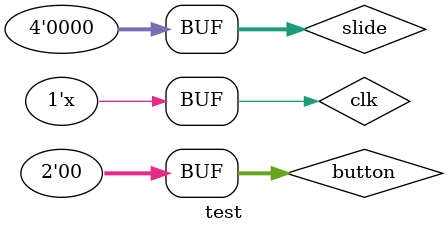
<source format=v>
`timescale 100ps/100ps
module test();
parameter STEP = 1000;
reg clk;
wire [7:0]LED;
reg [3:0]slide;
reg [1:0]button;
SIPS4 cpu(.clk(clk),.slide(slide),.button(button),.LED(LED));
always #(STEP/2)clk=~clk;
initial begin
	clk=0;
	slide=0;
	button=0;
end
endmodule

</source>
